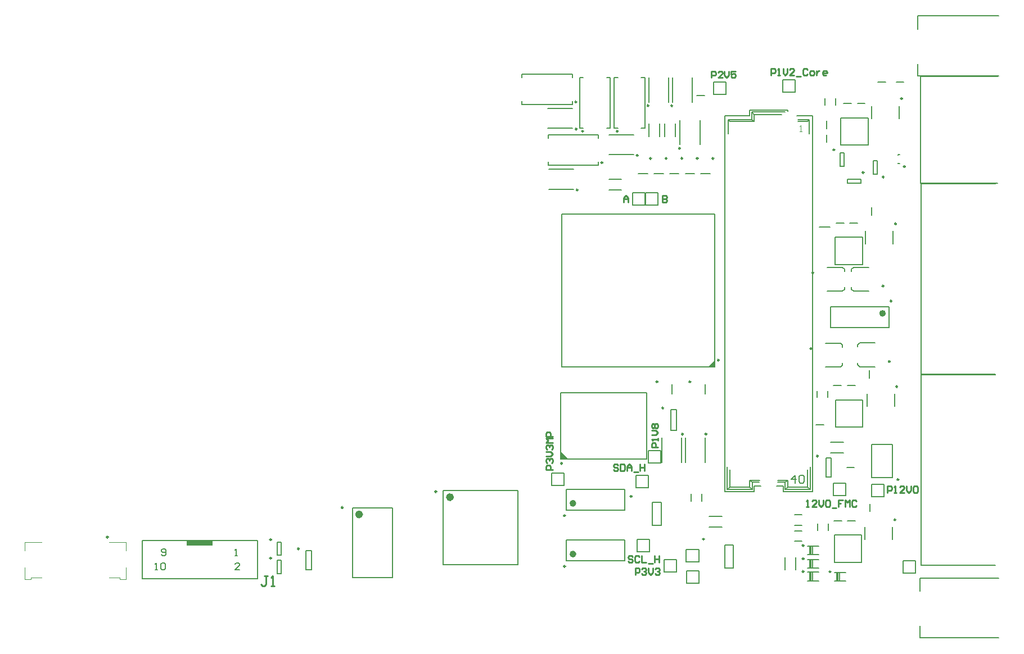
<source format=gto>
G04*
G04 #@! TF.GenerationSoftware,Altium Limited,Altium Designer,19.1.7 (138)*
G04*
G04 Layer_Color=65535*
%FSLAX25Y25*%
%MOIN*%
G70*
G01*
G75*
%ADD10C,0.00984*%
%ADD11C,0.01000*%
%ADD12C,0.02362*%
%ADD13C,0.01968*%
%ADD14C,0.00787*%
%ADD15C,0.00394*%
%ADD16C,0.00600*%
%ADD17C,0.00591*%
%ADD18C,0.00472*%
%ADD19R,0.15748X0.03150*%
G36*
X-20472Y-192520D02*
X-16535Y-196457D01*
X-20472D01*
Y-192520D01*
D02*
G37*
G36*
X70866Y-141732D02*
X66929D01*
X70866Y-137795D01*
Y-141732D01*
D02*
G37*
D10*
X159407Y-26482D02*
G03*
X159407Y-26482I-492J0D01*
G01*
X142068Y-12991D02*
G03*
X142068Y-12991I-492J0D01*
G01*
X171317Y-29109D02*
G03*
X171317Y-29109I-492J0D01*
G01*
X183826Y-22933D02*
G03*
X183826Y-22933I-492J0D01*
G01*
X123819Y-247732D02*
G03*
X123819Y-247732I-492J0D01*
G01*
X179331Y-153445D02*
G03*
X179331Y-153445I-492J0D01*
G01*
X178638Y-56878D02*
G03*
X178638Y-56878I-492J0D01*
G01*
X182165Y17323D02*
G03*
X182165Y17323I-492J0D01*
G01*
X-10728Y-689D02*
G03*
X-10728Y-689I-492J0D01*
G01*
X-191794Y-255217D02*
G03*
X-191794Y-255217I-492J0D01*
G01*
Y-244291D02*
G03*
X-191794Y-244291I-492J0D01*
G01*
X64764Y-243996D02*
G03*
X64764Y-243996I-492J0D01*
G01*
X21850Y-218602D02*
G03*
X21850Y-218602I-492J0D01*
G01*
X-10925Y15453D02*
G03*
X-10925Y15453I-492J0D01*
G01*
X13583Y-1989D02*
G03*
X13583Y-1989I-492J0D01*
G01*
X4528Y-20571D02*
G03*
X4528Y-20571I-492J0D01*
G01*
X139764Y-263287D02*
G03*
X139764Y-263287I-492J0D01*
G01*
X-19390Y-199016D02*
G03*
X-19390Y-199016I-492J0D01*
G01*
X-93898Y-215748D02*
G03*
X-93898Y-215748I-492J0D01*
G01*
X-149409Y-225217D02*
G03*
X-149409Y-225217I-492J0D01*
G01*
X-17579Y-260138D02*
G03*
X-17579Y-260138I-492J0D01*
G01*
X178248Y-232480D02*
G03*
X178248Y-232480I-492J0D01*
G01*
X-6890Y-1989D02*
G03*
X-6890Y-1989I-492J0D01*
G01*
X123819Y-255632D02*
G03*
X123819Y-255632I-492J0D01*
G01*
X40650Y-166142D02*
G03*
X40650Y-166142I-492J0D01*
G01*
X-175407Y-249670D02*
G03*
X-175407Y-249670I-492J0D01*
G01*
X37205Y-150591D02*
G03*
X37205Y-150591I-492J0D01*
G01*
X56693D02*
G03*
X56693Y-150591I-492J0D01*
G01*
X70374Y-18082D02*
G03*
X70374Y-18082I-492J0D01*
G01*
X61122D02*
G03*
X61122Y-18082I-492J0D01*
G01*
X42618D02*
G03*
X42618Y-18082I-492J0D01*
G01*
X33366D02*
G03*
X33366Y-18082I-492J0D01*
G01*
X51870D02*
G03*
X51870Y-18082I-492J0D01*
G01*
X132283Y-194685D02*
G03*
X132283Y-194685I-492J0D01*
G01*
X174902Y-138583D02*
G03*
X174902Y-138583I-492J0D01*
G01*
X128543Y-130905D02*
G03*
X128543Y-130905I-492J0D01*
G01*
X129626Y-85827D02*
G03*
X129626Y-85827I-492J0D01*
G01*
X171161Y-93799D02*
G03*
X171161Y-93799I-492J0D01*
G01*
X175869Y-102756D02*
G03*
X175869Y-102756I-492J0D01*
G01*
X73524Y-137795D02*
G03*
X73524Y-137795I-492J0D01*
G01*
X180020Y-208583D02*
G03*
X180020Y-208583I-492J0D01*
G01*
X31890Y13189D02*
G03*
X31890Y13189I-492J0D01*
G01*
X-10138Y-36811D02*
G03*
X-10138Y-36811I-492J0D01*
G01*
X50492Y-12106D02*
G03*
X50492Y-12106I-492J0D01*
G01*
X25492Y-16339D02*
G03*
X25492Y-16339I-492J0D01*
G01*
X52264Y-181730D02*
G03*
X52264Y-181730I-492J0D01*
G01*
X45965Y13189D02*
G03*
X45965Y13189I-492J0D01*
G01*
X66240Y-181595D02*
G03*
X66240Y-181595I-492J0D01*
G01*
X-17579Y-230020D02*
G03*
X-17579Y-230020I-492J0D01*
G01*
X123819Y-263222D02*
G03*
X123819Y-263222I-492J0D01*
G01*
D11*
X-288571Y-242709D02*
G03*
X-288571Y-242709I-500J0D01*
G01*
X40059Y-40134D02*
Y-44070D01*
X42027D01*
X42683Y-43414D01*
Y-42758D01*
X42027Y-42102D01*
X40059D01*
X42027D01*
X42683Y-41446D01*
Y-40790D01*
X42027Y-40134D01*
X40059D01*
X17100Y-44070D02*
Y-41446D01*
X18412Y-40134D01*
X19724Y-41446D01*
Y-44070D01*
Y-42102D01*
X17100D01*
X125400Y-224800D02*
X126712D01*
X126056D01*
Y-220864D01*
X125400Y-221520D01*
X131304Y-224800D02*
X128680D01*
X131304Y-222176D01*
Y-221520D01*
X130648Y-220864D01*
X129336D01*
X128680Y-221520D01*
X132615Y-220864D02*
Y-223488D01*
X133927Y-224800D01*
X135239Y-223488D01*
Y-220864D01*
X136551Y-221520D02*
X137207Y-220864D01*
X138519D01*
X139175Y-221520D01*
Y-224144D01*
X138519Y-224800D01*
X137207D01*
X136551Y-224144D01*
Y-221520D01*
X140487Y-225456D02*
X143111D01*
X147047Y-220864D02*
X144423D01*
Y-222832D01*
X145735D01*
X144423D01*
Y-224800D01*
X148359D02*
Y-220864D01*
X149670Y-222176D01*
X150982Y-220864D01*
Y-224800D01*
X154918Y-221520D02*
X154262Y-220864D01*
X152950D01*
X152294Y-221520D01*
Y-224144D01*
X152950Y-224800D01*
X154262D01*
X154918Y-224144D01*
X22309Y-254397D02*
X21653Y-253741D01*
X20341D01*
X19685Y-254397D01*
Y-255053D01*
X20341Y-255709D01*
X21653D01*
X22309Y-256365D01*
Y-257021D01*
X21653Y-257677D01*
X20341D01*
X19685Y-257021D01*
X26245Y-254397D02*
X25589Y-253741D01*
X24277D01*
X23621Y-254397D01*
Y-257021D01*
X24277Y-257677D01*
X25589D01*
X26245Y-257021D01*
X27556Y-253741D02*
Y-257677D01*
X30180D01*
X31492Y-258333D02*
X34116D01*
X35428Y-253741D02*
Y-257677D01*
Y-255709D01*
X38052D01*
Y-253741D01*
Y-257677D01*
X13647Y-200264D02*
X12991Y-199608D01*
X11680D01*
X11024Y-200264D01*
Y-200920D01*
X11680Y-201575D01*
X12991D01*
X13647Y-202231D01*
Y-202887D01*
X12991Y-203543D01*
X11680D01*
X11024Y-202887D01*
X14959Y-199608D02*
Y-203543D01*
X16927D01*
X17583Y-202887D01*
Y-200264D01*
X16927Y-199608D01*
X14959D01*
X18895Y-203543D02*
Y-200920D01*
X20207Y-199608D01*
X21519Y-200920D01*
Y-203543D01*
Y-201575D01*
X18895D01*
X22831Y-204199D02*
X25455D01*
X26767Y-199608D02*
Y-203543D01*
Y-201575D01*
X29390D01*
Y-199608D01*
Y-203543D01*
X68898Y29724D02*
Y33660D01*
X70866D01*
X71522Y33004D01*
Y31692D01*
X70866Y31036D01*
X68898D01*
X75457Y29724D02*
X72834D01*
X75457Y32348D01*
Y33004D01*
X74801Y33660D01*
X73489D01*
X72834Y33004D01*
X76769Y33660D02*
Y31036D01*
X78081Y29724D01*
X79393Y31036D01*
Y33660D01*
X83329D02*
X80705D01*
Y31692D01*
X82017Y32348D01*
X82673D01*
X83329Y31692D01*
Y30380D01*
X82673Y29724D01*
X81361D01*
X80705Y30380D01*
X23819Y-265059D02*
Y-261123D01*
X25787D01*
X26443Y-261779D01*
Y-263091D01*
X25787Y-263747D01*
X23819D01*
X27755Y-261779D02*
X28411Y-261123D01*
X29722D01*
X30378Y-261779D01*
Y-262435D01*
X29722Y-263091D01*
X29067D01*
X29722D01*
X30378Y-263747D01*
Y-264403D01*
X29722Y-265059D01*
X28411D01*
X27755Y-264403D01*
X31690Y-261123D02*
Y-263747D01*
X33002Y-265059D01*
X34314Y-263747D01*
Y-261123D01*
X35626Y-261779D02*
X36282Y-261123D01*
X37594D01*
X38250Y-261779D01*
Y-262435D01*
X37594Y-263091D01*
X36938D01*
X37594D01*
X38250Y-263747D01*
Y-264403D01*
X37594Y-265059D01*
X36282D01*
X35626Y-264403D01*
X-25000Y-202658D02*
X-28936D01*
Y-200690D01*
X-28280Y-200034D01*
X-26968D01*
X-26312Y-200690D01*
Y-202658D01*
X-28280Y-198722D02*
X-28936Y-198066D01*
Y-196754D01*
X-28280Y-196098D01*
X-27624D01*
X-26968Y-196754D01*
Y-197410D01*
Y-196754D01*
X-26312Y-196098D01*
X-25656D01*
X-25000Y-196754D01*
Y-198066D01*
X-25656Y-198722D01*
X-28936Y-194786D02*
X-26312D01*
X-25000Y-193474D01*
X-26312Y-192162D01*
X-28936D01*
X-28280Y-190850D02*
X-28936Y-190194D01*
Y-188882D01*
X-28280Y-188226D01*
X-27624D01*
X-26968Y-188882D01*
Y-189538D01*
Y-188882D01*
X-26312Y-188226D01*
X-25656D01*
X-25000Y-188882D01*
Y-190194D01*
X-25656Y-190850D01*
X-25000Y-186915D02*
X-28936D01*
X-27624Y-185603D01*
X-28936Y-184291D01*
X-25000D01*
Y-182979D02*
X-28936D01*
Y-181011D01*
X-28280Y-180355D01*
X-26968D01*
X-26312Y-181011D01*
Y-182979D01*
X173425Y-216535D02*
Y-212600D01*
X175393D01*
X176049Y-213256D01*
Y-214568D01*
X175393Y-215224D01*
X173425D01*
X177361Y-216535D02*
X178673D01*
X178017D01*
Y-212600D01*
X177361Y-213256D01*
X183265Y-216535D02*
X180641D01*
X183265Y-213912D01*
Y-213256D01*
X182609Y-212600D01*
X181297D01*
X180641Y-213256D01*
X184576Y-212600D02*
Y-215224D01*
X185888Y-216535D01*
X187200Y-215224D01*
Y-212600D01*
X188512Y-213256D02*
X189168Y-212600D01*
X190480D01*
X191136Y-213256D01*
Y-215880D01*
X190480Y-216535D01*
X189168D01*
X188512Y-215880D01*
Y-213256D01*
X104232Y31299D02*
Y35235D01*
X106200D01*
X106856Y34579D01*
Y33267D01*
X106200Y32611D01*
X104232D01*
X108168Y31299D02*
X109480D01*
X108824D01*
Y35235D01*
X108168Y34579D01*
X111448Y35235D02*
Y32611D01*
X112760Y31299D01*
X114072Y32611D01*
Y35235D01*
X118007Y31299D02*
X115384D01*
X118007Y33923D01*
Y34579D01*
X117351Y35235D01*
X116040D01*
X115384Y34579D01*
X119319Y30643D02*
X121943D01*
X125879Y34579D02*
X125223Y35235D01*
X123911D01*
X123255Y34579D01*
Y31955D01*
X123911Y31299D01*
X125223D01*
X125879Y31955D01*
X127847Y31299D02*
X129159D01*
X129815Y31955D01*
Y33267D01*
X129159Y33923D01*
X127847D01*
X127191Y33267D01*
Y31955D01*
X127847Y31299D01*
X131126Y33923D02*
Y31299D01*
Y32611D01*
X131782Y33267D01*
X132438Y33923D01*
X133094D01*
X137030Y31299D02*
X135718D01*
X135062Y31955D01*
Y33267D01*
X135718Y33923D01*
X137030D01*
X137686Y33267D01*
Y32611D01*
X135062D01*
X37402Y-189370D02*
X33466D01*
Y-187402D01*
X34122Y-186746D01*
X35434D01*
X36090Y-187402D01*
Y-189370D01*
X37402Y-185434D02*
Y-184122D01*
Y-184778D01*
X33466D01*
X34122Y-185434D01*
X33466Y-182155D02*
X36090D01*
X37402Y-180843D01*
X36090Y-179531D01*
X33466D01*
X34122Y-178219D02*
X33466Y-177563D01*
Y-176251D01*
X34122Y-175595D01*
X34778D01*
X35434Y-176251D01*
X36090Y-175595D01*
X36746D01*
X37402Y-176251D01*
Y-177563D01*
X36746Y-178219D01*
X36090D01*
X35434Y-177563D01*
X34778Y-178219D01*
X34122D01*
X35434Y-177563D02*
Y-176251D01*
X-194001Y-265902D02*
X-196001D01*
X-195001D01*
Y-270900D01*
X-196001Y-271900D01*
X-197000D01*
X-198000Y-270900D01*
X-192002Y-271900D02*
X-190003D01*
X-191002D01*
Y-265902D01*
X-192002Y-266902D01*
D12*
X-84842Y-219094D02*
G03*
X-84842Y-219094I-1181J0D01*
G01*
X-138681Y-229331D02*
G03*
X-138681Y-229331I-1181J0D01*
G01*
D13*
X-12126Y-252854D02*
G03*
X-12126Y-252854I-984J0D01*
G01*
X171400Y-110039D02*
G03*
X171400Y-110039I-984J0D01*
G01*
X-12126Y-222736D02*
G03*
X-12126Y-222736I-984J0D01*
G01*
D14*
X149663Y-30419D02*
X157537D01*
Y-32781D02*
Y-30419D01*
X149663Y-32781D02*
X157537D01*
X149663D02*
Y-30419D01*
X145119Y-22637D02*
X147481D01*
Y-14763D01*
X145119D02*
X147481D01*
X145119Y-22637D02*
Y-14763D01*
X164919Y-19463D02*
X167281D01*
X164919Y-27337D02*
Y-19463D01*
Y-27337D02*
X167281D01*
Y-19463D01*
X179495Y-21063D02*
X180676D01*
X179495D02*
Y-20768D01*
Y-15945D02*
X180676D01*
X179495Y-16240D02*
Y-15945D01*
X182499Y-264042D02*
Y-256680D01*
Y-264042D02*
X189861D01*
Y-256680D01*
X182499D02*
X189861D01*
X29784Y-45720D02*
Y-38357D01*
Y-45720D02*
X37146D01*
Y-38357D01*
X29784D02*
X37146D01*
X22303Y-45720D02*
Y-38357D01*
Y-45720D02*
X29665D01*
Y-38357D01*
X22303D02*
X29665D01*
X54114Y-270020D02*
Y-262657D01*
Y-270020D02*
X61476D01*
Y-262657D01*
X54114D02*
X61476D01*
X54094Y-257539D02*
Y-250177D01*
Y-257539D02*
X61457D01*
Y-250177D01*
X54094D02*
X61457D01*
X70335Y19750D02*
Y27112D01*
Y19750D02*
X77697D01*
Y27112D01*
X70335D02*
X77697D01*
X40779Y-263425D02*
Y-256063D01*
Y-263425D02*
X48141D01*
Y-256063D01*
X40779D02*
X48141D01*
X-25728Y-212047D02*
Y-204685D01*
Y-212047D02*
X-18366D01*
Y-204685D01*
X-25728D02*
X-18366D01*
X141319Y-218081D02*
Y-210719D01*
Y-218081D02*
X148681D01*
Y-210719D01*
X141319D02*
X148681D01*
X164035Y-218740D02*
Y-211378D01*
Y-218740D02*
X171398D01*
Y-211378D01*
X164035D02*
X171398D01*
X111261Y21220D02*
Y28583D01*
Y21220D02*
X118624D01*
Y28583D01*
X111261D02*
X118624D01*
X24319Y-213581D02*
Y-206219D01*
Y-213581D02*
X31681D01*
Y-206219D01*
X24319D02*
X31681D01*
X25059Y-251614D02*
Y-244252D01*
Y-251614D02*
X32421D01*
Y-244252D01*
X25059D02*
X32421D01*
X31457Y-198760D02*
Y-191398D01*
Y-198760D02*
X38819D01*
Y-191398D01*
X31457D02*
X38819D01*
X-200000Y-267323D02*
Y-244882D01*
X-268504D02*
X-200000D01*
X-268504Y-267323D02*
Y-244882D01*
Y-267323D02*
X-200000D01*
X125886Y-248126D02*
X132579D01*
X125886Y-253244D02*
X132579D01*
X127264D02*
Y-248126D01*
X128051Y-253244D02*
Y-248126D01*
X128839Y-253244D02*
Y-248126D01*
X177461Y-165260D02*
Y-157772D01*
X161122Y-165260D02*
Y-157772D01*
X176768Y-68693D02*
Y-61204D01*
X160430Y-68693D02*
Y-61204D01*
X155512Y14370D02*
X160039D01*
X145669Y-10236D02*
X161811D01*
X145669D02*
Y5906D01*
X161811D01*
Y-10236D02*
Y5906D01*
X180295Y5508D02*
Y12996D01*
X163957Y5508D02*
Y12996D01*
X-27953Y11516D02*
X-13386D01*
X-27953Y-295D02*
X-13386D01*
X-188349Y-264469D02*
Y-256594D01*
X-185987D01*
Y-264469D02*
Y-256594D01*
X-188349Y-264469D02*
X-185987D01*
X-188349Y-253543D02*
Y-245669D01*
X-185987D01*
Y-253543D02*
Y-245669D01*
X-188349Y-253543D02*
X-185987D01*
X76968Y-261221D02*
X82087D01*
Y-247441D01*
X76968Y-261221D02*
Y-247441D01*
X82087D01*
X34055Y-235827D02*
X39173D01*
Y-222047D01*
X34055Y-235827D02*
Y-222047D01*
X39173D01*
X-43307Y13780D02*
X-13386D01*
X-43307Y31890D02*
X-13386D01*
Y29724D02*
Y31890D01*
Y13780D02*
Y15945D01*
X-43307Y13780D02*
Y15945D01*
Y29724D02*
Y31890D01*
X11417Y-21D02*
Y29901D01*
X29528Y-21D02*
Y29901D01*
X27362Y-21D02*
X29528D01*
X11417D02*
X13583D01*
X11417Y29901D02*
X13583D01*
X27362D02*
X29528D01*
X-27854Y-22244D02*
X2067D01*
X-27854Y-4134D02*
X2067D01*
Y-6299D02*
Y-4134D01*
Y-22244D02*
Y-20079D01*
X-27854Y-22244D02*
Y-20079D01*
Y-6299D02*
Y-4134D01*
X141831Y-263681D02*
X148524D01*
X141831Y-268799D02*
X148524D01*
X143209D02*
Y-263681D01*
X143996Y-268799D02*
Y-263681D01*
X144783Y-268799D02*
Y-263681D01*
X-20472Y-192520D02*
X-16535Y-196457D01*
X-20472D02*
X30709D01*
X-20472Y-157087D02*
X30709D01*
X-20472Y-196457D02*
Y-157087D01*
X30709Y-196457D02*
Y-157087D01*
X192531Y-267065D02*
X239386D01*
X192531Y-302498D02*
X239386D01*
X192531D02*
Y-295608D01*
Y-274939D02*
Y-267065D01*
X193126Y-33246D02*
X237417Y-33247D01*
X193126Y-146160D02*
X237417D01*
X193126D02*
Y-33246D01*
X78885Y4930D02*
X79885Y3930D01*
X78885Y-3357D02*
Y4930D01*
X78385Y-214570D02*
Y-200970D01*
Y-214570D02*
X79885Y-213070D01*
Y-202964D01*
Y3930D02*
X94335D01*
Y7930D01*
X110646D01*
X120427Y3930D02*
X125985D01*
X126985Y4930D01*
X120436D02*
X126985D01*
X92835Y9430D02*
X112524D01*
X92835Y4930D02*
Y9430D01*
X78885Y4930D02*
X92835D01*
X76885Y7230D02*
X91735D01*
Y10530D01*
X114135D01*
Y9930D02*
Y10530D01*
X119718Y7230D02*
X128985D01*
Y-215670D02*
Y7230D01*
X111585Y-215670D02*
X128985D01*
X111585D02*
Y-212370D01*
X107710D02*
X111585D01*
X94285Y-215670D02*
Y-212370D01*
X76885Y-215670D02*
X94285D01*
X76885D02*
Y7230D01*
X126985Y-3357D02*
Y4930D01*
X125985Y-213070D02*
Y-202964D01*
X114185Y-213070D02*
X125985D01*
X114185D02*
Y-209070D01*
X108419D02*
X114185D01*
X91685Y-213070D02*
Y-209070D01*
X79885Y-213070D02*
X91685D01*
X78385Y-214570D02*
X93185D01*
Y-210070D01*
X97441D01*
X112685Y-214570D02*
Y-210070D01*
Y-214570D02*
X127485D01*
Y-200970D01*
X91685Y-213070D02*
X93185Y-214570D01*
X91685Y-209070D02*
X93185Y-210070D01*
X112685D02*
X114185Y-209070D01*
X112685Y-214570D02*
X114185Y-213070D01*
X125985D02*
X127485Y-214570D01*
X92835Y9430D02*
X94335Y7930D01*
X92835Y4930D02*
X94335Y3930D01*
X108428Y-210070D02*
X112685D01*
X91685Y-209070D02*
X97450D01*
X94285Y-212370D02*
X98159D01*
X191157Y58526D02*
Y66400D01*
Y30966D02*
Y37856D01*
Y30966D02*
X239386D01*
X191157Y66400D02*
X239386D01*
X192889Y-32774D02*
X238480Y-32774D01*
X192889Y-32774D02*
Y30533D01*
X238480Y30533D01*
X-89961Y-259252D02*
Y-215158D01*
X-45866Y-259252D02*
Y-215158D01*
X-89961D02*
X-45866D01*
X-89961Y-259252D02*
X-45866D01*
X-143799Y-266732D02*
Y-225394D01*
X-119980Y-266732D02*
Y-225394D01*
X-143799D02*
X-119980D01*
X-143799Y-266732D02*
X-119980D01*
X17598Y-256791D02*
Y-244587D01*
X-17047Y-256791D02*
Y-244587D01*
X17598D01*
X-17047Y-256791D02*
X17598D01*
X38386Y-5020D02*
Y2461D01*
X32087Y-5020D02*
Y2461D01*
X160039Y-244295D02*
Y-236807D01*
X176378Y-244295D02*
Y-236807D01*
X136319Y13583D02*
Y17520D01*
X142618Y13583D02*
Y17520D01*
X8169Y-30610D02*
X15650D01*
X8169Y-36909D02*
X15650D01*
X137303Y-394D02*
Y4134D01*
Y-8563D02*
Y-4035D01*
X147343Y14370D02*
X151870D01*
X-9055Y-21D02*
Y29901D01*
X9055Y-21D02*
Y29901D01*
X6890Y-21D02*
X9055D01*
X-9055D02*
X-6890D01*
X-9055Y29901D02*
X-6890D01*
X6890D02*
X9055D01*
X131102Y-175984D02*
X135630D01*
X118269Y-229626D02*
X122600D01*
X118269Y-235925D02*
X122600D01*
X118307Y-238976D02*
X122638D01*
X118307Y-245276D02*
X122638D01*
X56890Y-221457D02*
Y-217126D01*
X63189Y-221457D02*
Y-217126D01*
X128839Y-261144D02*
Y-256026D01*
X128051Y-261144D02*
Y-256026D01*
X127264Y-261144D02*
Y-256026D01*
X125886Y-261144D02*
X132579D01*
X125886Y-256026D02*
X132579D01*
X44882Y-167126D02*
X48425D01*
X44882Y-179331D02*
X48425D01*
X44882D02*
Y-167126D01*
X48425Y-179331D02*
Y-167126D01*
X-171273Y-262268D02*
Y-250851D01*
X-167927D01*
Y-262268D02*
Y-250851D01*
X-171273Y-262268D02*
X-167927D01*
X47736Y-5020D02*
Y2461D01*
X41437Y-5020D02*
Y2461D01*
X131890Y-238878D02*
Y-234941D01*
X138189Y-238878D02*
Y-234941D01*
X162795Y-227559D02*
Y-223031D01*
X149606Y-152854D02*
X154134D01*
X141437Y-152953D02*
X145965D01*
X131496Y-159941D02*
Y-156004D01*
X137795Y-159941D02*
Y-156004D01*
X162697Y-148425D02*
Y-143898D01*
X151086Y-56428D02*
X155614D01*
X143008Y-56428D02*
X147536D01*
X149213Y-201476D02*
X153543D01*
X164071Y-51802D02*
Y-47275D01*
X178543Y27362D02*
X183071D01*
X167717D02*
X172244D01*
X45669Y-157776D02*
Y-152264D01*
X65158Y-157776D02*
Y-152264D01*
X62697Y-27038D02*
X68209D01*
X53445D02*
X58957D01*
X34941D02*
X40453D01*
X25689D02*
X31201D01*
X44193D02*
X49705D01*
X158071Y-257677D02*
Y-241535D01*
X141929D02*
X158071D01*
X141929Y-257677D02*
Y-241535D01*
Y-257677D02*
X158071D01*
X158760Y-177461D02*
Y-161319D01*
X142618D02*
X158760D01*
X142618Y-177461D02*
Y-161319D01*
Y-177461D02*
X158760D01*
X133067Y-58722D02*
X139367D01*
X158461Y-81034D02*
Y-64893D01*
X142319D02*
X158461D01*
X142319Y-81034D02*
Y-64893D01*
Y-81034D02*
X158461D01*
X149603Y-233152D02*
X154130D01*
X141630D02*
X146157D01*
X136909Y-207283D02*
X140059D01*
Y-195866D01*
X136909D02*
X140059D01*
X136909Y-207283D02*
Y-195866D01*
X193125Y-146632D02*
X237417Y-146633D01*
X193125Y-259545D02*
X237417D01*
X193125D02*
Y-146632D01*
X156890Y-141732D02*
X165945D01*
X155709Y-140551D02*
X156890Y-141732D01*
X155709Y-140551D02*
Y-139370D01*
X155709Y-129921D02*
Y-128740D01*
X156890Y-127559D01*
X165945D01*
X136516Y-127756D02*
X145571D01*
X146752Y-128937D01*
Y-130118D02*
Y-128937D01*
X146752Y-140748D02*
Y-139567D01*
X145571Y-141929D02*
X146752Y-140748D01*
X136516Y-141929D02*
X145571D01*
X137598Y-82677D02*
X146653D01*
X147835Y-83858D01*
Y-85039D02*
Y-83858D01*
X147835Y-95669D02*
Y-94488D01*
X146653Y-96850D02*
X147835Y-95669D01*
X137598Y-96850D02*
X146653D01*
X153150Y-96949D02*
X162205D01*
X151969Y-95768D02*
X153150Y-96949D01*
X151969Y-95768D02*
Y-94587D01*
X151969Y-85138D02*
Y-83957D01*
X153150Y-82776D01*
X162205D01*
X139707Y-118307D02*
Y-106103D01*
X174353Y-118307D02*
Y-106103D01*
X139707Y-118307D02*
X174353D01*
X139707Y-106103D02*
X174353D01*
X-19685Y-141732D02*
X70866D01*
Y-51181D01*
X-19685D02*
X70866D01*
X-19685Y-141732D02*
Y-51181D01*
X112697Y-262205D02*
Y-254724D01*
X118996Y-262205D02*
Y-254724D01*
X67716Y-236713D02*
X75197D01*
X67716Y-230413D02*
X75197D01*
X139764Y-192815D02*
X147244D01*
X139764Y-186516D02*
X147244D01*
X163976Y-187894D02*
X176181D01*
X163976Y-207579D02*
X176181D01*
X163976D02*
Y-187894D01*
X176181Y-207579D02*
Y-187894D01*
X60433Y19094D02*
X64961D01*
X31791Y15354D02*
Y29921D01*
X43602Y15354D02*
Y29921D01*
X-27362Y-36417D02*
X-12795D01*
X-27362Y-24606D02*
X-12795D01*
X50394Y-9941D02*
Y4626D01*
X62205Y-9941D02*
Y4626D01*
X8268Y-15945D02*
X22835D01*
X8268Y-4134D02*
X22835D01*
X51378Y-198462D02*
Y-183896D01*
X39567Y-198462D02*
Y-183896D01*
X45866Y15354D02*
Y29921D01*
X57677Y15354D02*
Y29921D01*
X65354Y-198327D02*
Y-183760D01*
X53543Y-198327D02*
Y-183760D01*
X17598Y-226673D02*
Y-214469D01*
X-17047Y-226673D02*
Y-214469D01*
X17598D01*
X-17047Y-226673D02*
X17598D01*
X128839Y-268734D02*
Y-263616D01*
X128051Y-268734D02*
Y-263616D01*
X127264Y-268734D02*
Y-263616D01*
X125886Y-268734D02*
X132579D01*
X125886Y-263616D02*
X132579D01*
D15*
X-281771Y-267709D02*
Y-266709D01*
Y-267709D02*
X-278071D01*
Y-265709D01*
X-288071Y-266709D02*
X-281771D01*
X-334371D02*
X-328071D01*
X-338071Y-267709D02*
Y-265709D01*
Y-267709D02*
X-334371D01*
Y-266709D01*
X-288071Y-245709D02*
X-278071D01*
X-338071D02*
X-328071D01*
X-278071Y-250709D02*
Y-245709D01*
Y-265709D02*
Y-260709D01*
X-338071Y-265709D02*
Y-260709D01*
Y-250709D02*
Y-245709D01*
D16*
X-260827Y-262205D02*
X-259494D01*
X-260160D01*
Y-258206D01*
X-260827Y-258873D01*
X-257494D02*
X-256828Y-258206D01*
X-255495D01*
X-254829Y-258873D01*
Y-261538D01*
X-255495Y-262205D01*
X-256828D01*
X-257494Y-261538D01*
Y-258873D01*
X-210818Y-262106D02*
X-213484D01*
X-210818Y-259440D01*
Y-258774D01*
X-211485Y-258108D01*
X-212818D01*
X-213484Y-258774D01*
X-213386Y-253740D02*
X-212053D01*
X-212719D01*
Y-249741D01*
X-213386Y-250408D01*
X-257087Y-253271D02*
X-256420Y-253937D01*
X-255087D01*
X-254421Y-253271D01*
Y-250605D01*
X-255087Y-249938D01*
X-256420D01*
X-257087Y-250605D01*
Y-251271D01*
X-256420Y-251938D01*
X-254421D01*
D17*
X118503Y-210728D02*
Y-206006D01*
X116142Y-208367D01*
X119290D01*
X120865Y-206793D02*
X121652Y-206006D01*
X123226D01*
X124013Y-206793D01*
Y-209941D01*
X123226Y-210728D01*
X121652D01*
X120865Y-209941D01*
Y-206793D01*
D18*
X121161Y-2264D02*
X122473D01*
X121817D01*
Y1672D01*
X121161Y1016D01*
D19*
X-234252Y-246457D02*
D03*
M02*

</source>
